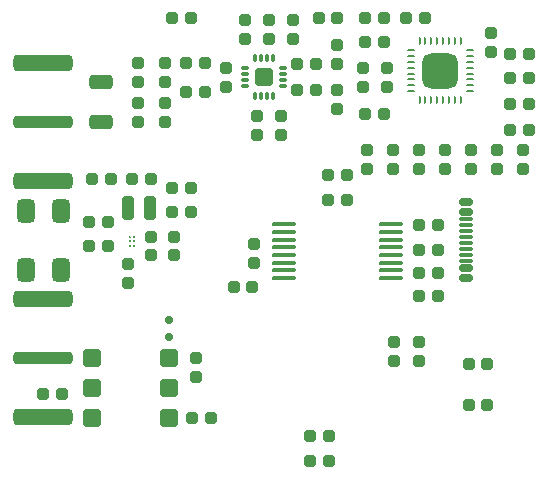
<source format=gtp>
G04*
G04 #@! TF.GenerationSoftware,Altium Limited,Altium Designer,21.6.4 (81)*
G04*
G04 Layer_Color=8421504*
%FSLAX44Y44*%
%MOMM*%
G71*
G04*
G04 #@! TF.SameCoordinates,D5C97574-E224-4ECB-8EF4-D48BC8F4BA3E*
G04*
G04*
G04 #@! TF.FilePolarity,Positive*
G04*
G01*
G75*
G04:AMPARAMS|DCode=13|XSize=1.2mm|YSize=0.6mm|CornerRadius=0.15mm|HoleSize=0mm|Usage=FLASHONLY|Rotation=180.000|XOffset=0mm|YOffset=0mm|HoleType=Round|Shape=RoundedRectangle|*
%AMROUNDEDRECTD13*
21,1,1.2000,0.3000,0,0,180.0*
21,1,0.9000,0.6000,0,0,180.0*
1,1,0.3000,-0.4500,0.1500*
1,1,0.3000,0.4500,0.1500*
1,1,0.3000,0.4500,-0.1500*
1,1,0.3000,-0.4500,-0.1500*
%
%ADD13ROUNDEDRECTD13*%
G04:AMPARAMS|DCode=14|XSize=1.2mm|YSize=0.3mm|CornerRadius=0.075mm|HoleSize=0mm|Usage=FLASHONLY|Rotation=180.000|XOffset=0mm|YOffset=0mm|HoleType=Round|Shape=RoundedRectangle|*
%AMROUNDEDRECTD14*
21,1,1.2000,0.1500,0,0,180.0*
21,1,1.0500,0.3000,0,0,180.0*
1,1,0.1500,-0.5250,0.0750*
1,1,0.1500,0.5250,0.0750*
1,1,0.1500,0.5250,-0.0750*
1,1,0.1500,-0.5250,-0.0750*
%
%ADD14ROUNDEDRECTD14*%
G04:AMPARAMS|DCode=15|XSize=1mm|YSize=1mm|CornerRadius=0.25mm|HoleSize=0mm|Usage=FLASHONLY|Rotation=90.000|XOffset=0mm|YOffset=0mm|HoleType=Round|Shape=RoundedRectangle|*
%AMROUNDEDRECTD15*
21,1,1.0000,0.5000,0,0,90.0*
21,1,0.5000,1.0000,0,0,90.0*
1,1,0.5000,0.2500,0.2500*
1,1,0.5000,0.2500,-0.2500*
1,1,0.5000,-0.2500,-0.2500*
1,1,0.5000,-0.2500,0.2500*
%
%ADD15ROUNDEDRECTD15*%
G04:AMPARAMS|DCode=16|XSize=0.6mm|YSize=0.6mm|CornerRadius=0.15mm|HoleSize=0mm|Usage=FLASHONLY|Rotation=270.000|XOffset=0mm|YOffset=0mm|HoleType=Round|Shape=RoundedRectangle|*
%AMROUNDEDRECTD16*
21,1,0.6000,0.3000,0,0,270.0*
21,1,0.3000,0.6000,0,0,270.0*
1,1,0.3000,-0.1500,-0.1500*
1,1,0.3000,-0.1500,0.1500*
1,1,0.3000,0.1500,0.1500*
1,1,0.3000,0.1500,-0.1500*
%
%ADD16ROUNDEDRECTD16*%
G04:AMPARAMS|DCode=17|XSize=0.2mm|YSize=0.2mm|CornerRadius=0.05mm|HoleSize=0mm|Usage=FLASHONLY|Rotation=0.000|XOffset=0mm|YOffset=0mm|HoleType=Round|Shape=RoundedRectangle|*
%AMROUNDEDRECTD17*
21,1,0.2000,0.1000,0,0,0.0*
21,1,0.1000,0.2000,0,0,0.0*
1,1,0.1000,0.0500,-0.0500*
1,1,0.1000,-0.0500,-0.0500*
1,1,0.1000,-0.0500,0.0500*
1,1,0.1000,0.0500,0.0500*
%
%ADD17ROUNDEDRECTD17*%
%ADD18C,0.2000*%
G04:AMPARAMS|DCode=19|XSize=1.6mm|YSize=1.6mm|CornerRadius=0.4mm|HoleSize=0mm|Usage=FLASHONLY|Rotation=0.000|XOffset=0mm|YOffset=0mm|HoleType=Round|Shape=RoundedRectangle|*
%AMROUNDEDRECTD19*
21,1,1.6000,0.8000,0,0,0.0*
21,1,0.8000,1.6000,0,0,0.0*
1,1,0.8000,0.4000,-0.4000*
1,1,0.8000,-0.4000,-0.4000*
1,1,0.8000,-0.4000,0.4000*
1,1,0.8000,0.4000,0.4000*
%
%ADD19ROUNDEDRECTD19*%
G04:AMPARAMS|DCode=20|XSize=1mm|YSize=1mm|CornerRadius=0.25mm|HoleSize=0mm|Usage=FLASHONLY|Rotation=0.000|XOffset=0mm|YOffset=0mm|HoleType=Round|Shape=RoundedRectangle|*
%AMROUNDEDRECTD20*
21,1,1.0000,0.5000,0,0,0.0*
21,1,0.5000,1.0000,0,0,0.0*
1,1,0.5000,0.2500,-0.2500*
1,1,0.5000,-0.2500,-0.2500*
1,1,0.5000,-0.2500,0.2500*
1,1,0.5000,0.2500,0.2500*
%
%ADD20ROUNDEDRECTD20*%
G04:AMPARAMS|DCode=21|XSize=0.6mm|YSize=0.25mm|CornerRadius=0.0625mm|HoleSize=0mm|Usage=FLASHONLY|Rotation=0.000|XOffset=0mm|YOffset=0mm|HoleType=Round|Shape=RoundedRectangle|*
%AMROUNDEDRECTD21*
21,1,0.6000,0.1250,0,0,0.0*
21,1,0.4750,0.2500,0,0,0.0*
1,1,0.1250,0.2375,-0.0625*
1,1,0.1250,-0.2375,-0.0625*
1,1,0.1250,-0.2375,0.0625*
1,1,0.1250,0.2375,0.0625*
%
%ADD21ROUNDEDRECTD21*%
G04:AMPARAMS|DCode=22|XSize=0.6mm|YSize=0.25mm|CornerRadius=0.0625mm|HoleSize=0mm|Usage=FLASHONLY|Rotation=270.000|XOffset=0mm|YOffset=0mm|HoleType=Round|Shape=RoundedRectangle|*
%AMROUNDEDRECTD22*
21,1,0.6000,0.1250,0,0,270.0*
21,1,0.4750,0.2500,0,0,270.0*
1,1,0.1250,-0.0625,-0.2375*
1,1,0.1250,-0.0625,0.2375*
1,1,0.1250,0.0625,0.2375*
1,1,0.1250,0.0625,-0.2375*
%
%ADD22ROUNDEDRECTD22*%
G04:AMPARAMS|DCode=23|XSize=3mm|YSize=3mm|CornerRadius=0.75mm|HoleSize=0mm|Usage=FLASHONLY|Rotation=90.000|XOffset=0mm|YOffset=0mm|HoleType=Round|Shape=RoundedRectangle|*
%AMROUNDEDRECTD23*
21,1,3.0000,1.5000,0,0,90.0*
21,1,1.5000,3.0000,0,0,90.0*
1,1,1.5000,0.7500,0.7500*
1,1,1.5000,0.7500,-0.7500*
1,1,1.5000,-0.7500,-0.7500*
1,1,1.5000,-0.7500,0.7500*
%
%ADD23ROUNDEDRECTD23*%
G04:AMPARAMS|DCode=24|XSize=0.6mm|YSize=0.3mm|CornerRadius=0.075mm|HoleSize=0mm|Usage=FLASHONLY|Rotation=270.000|XOffset=0mm|YOffset=0mm|HoleType=Round|Shape=RoundedRectangle|*
%AMROUNDEDRECTD24*
21,1,0.6000,0.1500,0,0,270.0*
21,1,0.4500,0.3000,0,0,270.0*
1,1,0.1500,-0.0750,-0.2250*
1,1,0.1500,-0.0750,0.2250*
1,1,0.1500,0.0750,0.2250*
1,1,0.1500,0.0750,-0.2250*
%
%ADD24ROUNDEDRECTD24*%
G04:AMPARAMS|DCode=25|XSize=0.6mm|YSize=0.3mm|CornerRadius=0.075mm|HoleSize=0mm|Usage=FLASHONLY|Rotation=180.000|XOffset=0mm|YOffset=0mm|HoleType=Round|Shape=RoundedRectangle|*
%AMROUNDEDRECTD25*
21,1,0.6000,0.1500,0,0,180.0*
21,1,0.4500,0.3000,0,0,180.0*
1,1,0.1500,-0.2250,0.0750*
1,1,0.1500,0.2250,0.0750*
1,1,0.1500,0.2250,-0.0750*
1,1,0.1500,-0.2250,-0.0750*
%
%ADD25ROUNDEDRECTD25*%
G04:AMPARAMS|DCode=26|XSize=1.2mm|YSize=2mm|CornerRadius=0.3mm|HoleSize=0mm|Usage=FLASHONLY|Rotation=90.000|XOffset=0mm|YOffset=0mm|HoleType=Round|Shape=RoundedRectangle|*
%AMROUNDEDRECTD26*
21,1,1.2000,1.4000,0,0,90.0*
21,1,0.6000,2.0000,0,0,90.0*
1,1,0.6000,0.7000,0.3000*
1,1,0.6000,0.7000,-0.3000*
1,1,0.6000,-0.7000,-0.3000*
1,1,0.6000,-0.7000,0.3000*
%
%ADD26ROUNDEDRECTD26*%
G04:AMPARAMS|DCode=27|XSize=2mm|YSize=1.5mm|CornerRadius=0.375mm|HoleSize=0mm|Usage=FLASHONLY|Rotation=270.000|XOffset=0mm|YOffset=0mm|HoleType=Round|Shape=RoundedRectangle|*
%AMROUNDEDRECTD27*
21,1,2.0000,0.7500,0,0,270.0*
21,1,1.2500,1.5000,0,0,270.0*
1,1,0.7500,-0.3750,-0.6250*
1,1,0.7500,-0.3750,0.6250*
1,1,0.7500,0.3750,0.6250*
1,1,0.7500,0.3750,-0.6250*
%
%ADD27ROUNDEDRECTD27*%
G04:AMPARAMS|DCode=28|XSize=2mm|YSize=1mm|CornerRadius=0.25mm|HoleSize=0mm|Usage=FLASHONLY|Rotation=90.000|XOffset=0mm|YOffset=0mm|HoleType=Round|Shape=RoundedRectangle|*
%AMROUNDEDRECTD28*
21,1,2.0000,0.5000,0,0,90.0*
21,1,1.5000,1.0000,0,0,90.0*
1,1,0.5000,0.2500,0.7500*
1,1,0.5000,0.2500,-0.7500*
1,1,0.5000,-0.2500,-0.7500*
1,1,0.5000,-0.2500,0.7500*
%
%ADD28ROUNDEDRECTD28*%
G04:AMPARAMS|DCode=29|XSize=5mm|YSize=1.4mm|CornerRadius=0.35mm|HoleSize=0mm|Usage=FLASHONLY|Rotation=0.000|XOffset=0mm|YOffset=0mm|HoleType=Round|Shape=RoundedRectangle|*
%AMROUNDEDRECTD29*
21,1,5.0000,0.7000,0,0,0.0*
21,1,4.3000,1.4000,0,0,0.0*
1,1,0.7000,2.1500,-0.3500*
1,1,0.7000,-2.1500,-0.3500*
1,1,0.7000,-2.1500,0.3500*
1,1,0.7000,2.1500,0.3500*
%
%ADD29ROUNDEDRECTD29*%
G04:AMPARAMS|DCode=30|XSize=5mm|YSize=1mm|CornerRadius=0.25mm|HoleSize=0mm|Usage=FLASHONLY|Rotation=0.000|XOffset=0mm|YOffset=0mm|HoleType=Round|Shape=RoundedRectangle|*
%AMROUNDEDRECTD30*
21,1,5.0000,0.5000,0,0,0.0*
21,1,4.5000,1.0000,0,0,0.0*
1,1,0.5000,2.2500,-0.2500*
1,1,0.5000,-2.2500,-0.2500*
1,1,0.5000,-2.2500,0.2500*
1,1,0.5000,2.2500,0.2500*
%
%ADD30ROUNDEDRECTD30*%
G04:AMPARAMS|DCode=31|XSize=2mm|YSize=0.4mm|CornerRadius=0.1mm|HoleSize=0mm|Usage=FLASHONLY|Rotation=180.000|XOffset=0mm|YOffset=0mm|HoleType=Round|Shape=RoundedRectangle|*
%AMROUNDEDRECTD31*
21,1,2.0000,0.2000,0,0,180.0*
21,1,1.8000,0.4000,0,0,180.0*
1,1,0.2000,-0.9000,0.1000*
1,1,0.2000,0.9000,0.1000*
1,1,0.2000,0.9000,-0.1000*
1,1,0.2000,-0.9000,-0.1000*
%
%ADD31ROUNDEDRECTD31*%
D13*
X388000Y224000D02*
D03*
Y232000D02*
D03*
Y168000D02*
D03*
Y176000D02*
D03*
D14*
Y182500D02*
D03*
Y187500D02*
D03*
Y217500D02*
D03*
Y212500D02*
D03*
Y207500D02*
D03*
Y202500D02*
D03*
Y197500D02*
D03*
Y192500D02*
D03*
D15*
X155000Y388000D02*
D03*
X139000Y388000D02*
D03*
X390000Y95000D02*
D03*
X406000D02*
D03*
X390000Y60000D02*
D03*
X406000D02*
D03*
X353000Y388000D02*
D03*
X337000D02*
D03*
X272000Y13000D02*
D03*
X256000D02*
D03*
X441000Y358000D02*
D03*
X425000D02*
D03*
X441000Y337000D02*
D03*
X425000D02*
D03*
X441000Y315000D02*
D03*
X425000D02*
D03*
X441000Y293000D02*
D03*
X425000D02*
D03*
X172000Y49000D02*
D03*
X156000D02*
D03*
X30000Y70000D02*
D03*
X46000D02*
D03*
X261000Y327000D02*
D03*
X245000D02*
D03*
X261000Y349000D02*
D03*
X245000D02*
D03*
X167000Y350000D02*
D03*
X151000D02*
D03*
X167000Y325000D02*
D03*
X151000D02*
D03*
X271000Y255000D02*
D03*
X287000D02*
D03*
X271000Y234000D02*
D03*
X287000D02*
D03*
X348000Y213000D02*
D03*
X364000D02*
D03*
X348000Y192000D02*
D03*
X364000D02*
D03*
X121000Y252000D02*
D03*
X105000D02*
D03*
X272000Y34000D02*
D03*
X256000D02*
D03*
X279000Y388000D02*
D03*
X263000D02*
D03*
X302000D02*
D03*
X318000D02*
D03*
X302000Y307000D02*
D03*
X318000D02*
D03*
X302000Y368000D02*
D03*
X318000D02*
D03*
X87000Y252000D02*
D03*
X71000D02*
D03*
X139000Y244000D02*
D03*
X155000D02*
D03*
X139000Y224000D02*
D03*
X155000D02*
D03*
X85000Y195000D02*
D03*
X69000D02*
D03*
X85000Y215000D02*
D03*
X69000D02*
D03*
X348000Y172000D02*
D03*
X364000D02*
D03*
X207000Y160000D02*
D03*
X191000D02*
D03*
X348000Y153000D02*
D03*
X364000D02*
D03*
D16*
X136000Y132000D02*
D03*
Y118000D02*
D03*
D17*
X103000Y203000D02*
D03*
D18*
Y199000D02*
D03*
X107000Y203000D02*
D03*
Y199000D02*
D03*
X103000Y195000D02*
D03*
X107000D02*
D03*
D19*
X136000Y100000D02*
D03*
Y74600D02*
D03*
Y49200D02*
D03*
X71000D02*
D03*
Y74600D02*
D03*
Y100000D02*
D03*
X217000Y338000D02*
D03*
D20*
X326000Y260000D02*
D03*
Y276000D02*
D03*
X159000Y84000D02*
D03*
Y100000D02*
D03*
X436000Y260000D02*
D03*
Y276000D02*
D03*
X414000Y260000D02*
D03*
Y276000D02*
D03*
X392000Y260000D02*
D03*
Y276000D02*
D03*
X370000Y260000D02*
D03*
Y276000D02*
D03*
X348000Y260000D02*
D03*
Y276000D02*
D03*
X304000Y260000D02*
D03*
Y276000D02*
D03*
X133000Y334000D02*
D03*
Y350000D02*
D03*
X110000Y300000D02*
D03*
Y316000D02*
D03*
X185000Y346000D02*
D03*
Y330000D02*
D03*
X133000Y316000D02*
D03*
Y300000D02*
D03*
X348000Y114000D02*
D03*
Y98000D02*
D03*
X327000Y114000D02*
D03*
Y98000D02*
D03*
X321000Y346000D02*
D03*
Y330000D02*
D03*
X301000Y346000D02*
D03*
Y330000D02*
D03*
X409000Y359000D02*
D03*
Y375000D02*
D03*
X211000Y289000D02*
D03*
Y305000D02*
D03*
X231000Y289000D02*
D03*
Y305000D02*
D03*
X110000Y334000D02*
D03*
Y350000D02*
D03*
X279000Y349000D02*
D03*
Y365000D02*
D03*
Y327000D02*
D03*
Y311000D02*
D03*
X201000Y386000D02*
D03*
Y370000D02*
D03*
X221000Y386000D02*
D03*
Y370000D02*
D03*
X241000Y386000D02*
D03*
Y370000D02*
D03*
X102000Y164000D02*
D03*
Y180000D02*
D03*
X121000Y203000D02*
D03*
Y187000D02*
D03*
X141000Y203000D02*
D03*
Y187000D02*
D03*
X208000Y197000D02*
D03*
X208000Y181000D02*
D03*
D21*
X341000Y326000D02*
D03*
Y331000D02*
D03*
Y336000D02*
D03*
Y341000D02*
D03*
Y346000D02*
D03*
Y351000D02*
D03*
Y356000D02*
D03*
Y361000D02*
D03*
X391000D02*
D03*
Y356000D02*
D03*
Y351000D02*
D03*
Y346000D02*
D03*
Y341000D02*
D03*
Y336000D02*
D03*
Y331000D02*
D03*
Y326000D02*
D03*
D22*
X348500Y368500D02*
D03*
X353500D02*
D03*
X358500D02*
D03*
X363500D02*
D03*
X368500D02*
D03*
X373500D02*
D03*
X378500D02*
D03*
X383500D02*
D03*
X383500Y318500D02*
D03*
X378500D02*
D03*
X373500D02*
D03*
X368500D02*
D03*
X363500D02*
D03*
X358500D02*
D03*
X353500D02*
D03*
X348500D02*
D03*
D23*
X366000Y343500D02*
D03*
D24*
X209500Y354000D02*
D03*
X214500D02*
D03*
X219500D02*
D03*
X224500D02*
D03*
Y322000D02*
D03*
X219500D02*
D03*
X214500D02*
D03*
X209500D02*
D03*
D25*
X233000Y345500D02*
D03*
Y340500D02*
D03*
Y335500D02*
D03*
Y330500D02*
D03*
X201000Y335500D02*
D03*
Y330500D02*
D03*
Y340500D02*
D03*
Y345500D02*
D03*
D26*
X79000Y300000D02*
D03*
Y334000D02*
D03*
D27*
X45000Y175000D02*
D03*
X15000D02*
D03*
Y225000D02*
D03*
X45000D02*
D03*
D28*
X120000Y227000D02*
D03*
X102000D02*
D03*
D29*
X30000Y150000D02*
D03*
Y50000D02*
D03*
Y350000D02*
D03*
Y250000D02*
D03*
D30*
Y100000D02*
D03*
Y300000D02*
D03*
D31*
X324000Y168000D02*
D03*
Y174500D02*
D03*
Y181000D02*
D03*
Y187500D02*
D03*
Y194000D02*
D03*
Y200500D02*
D03*
Y207000D02*
D03*
Y213500D02*
D03*
X234000D02*
D03*
Y207000D02*
D03*
Y200500D02*
D03*
Y194000D02*
D03*
Y187500D02*
D03*
Y181000D02*
D03*
Y174500D02*
D03*
Y168000D02*
D03*
M02*

</source>
